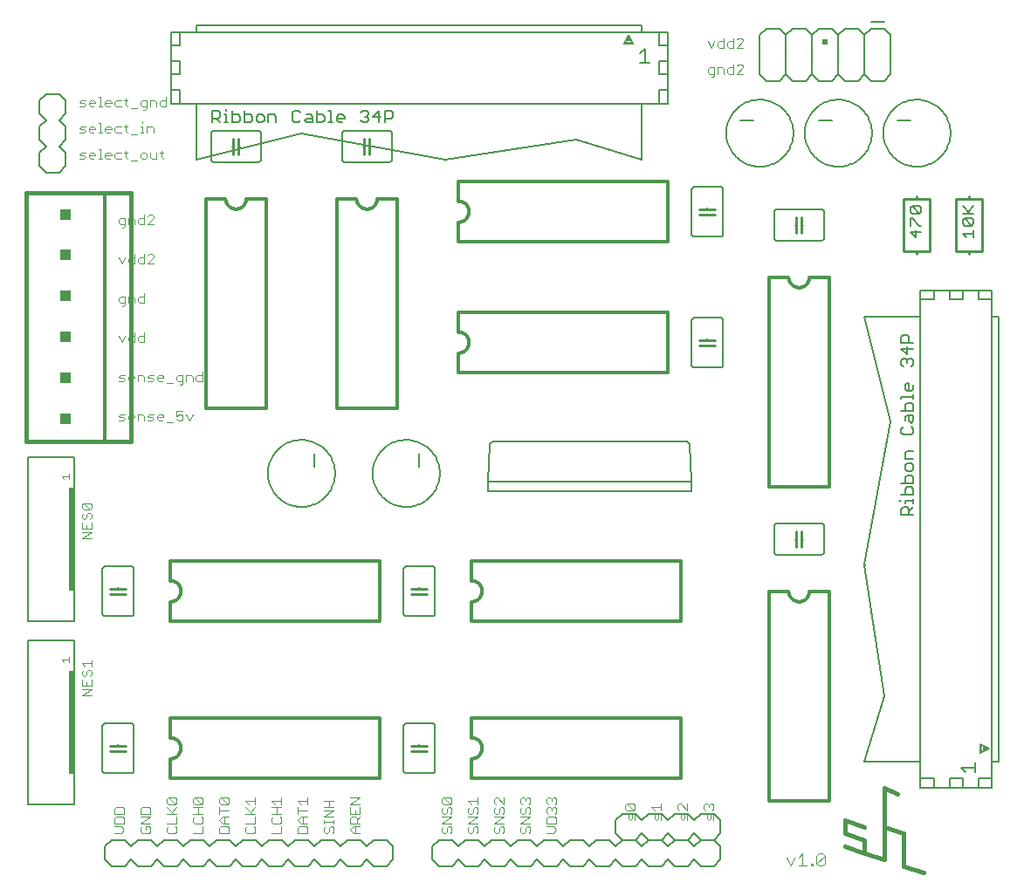
<source format=gto>
G75*
%MOIN*%
%OFA0B0*%
%FSLAX24Y24*%
%IPPOS*%
%LPD*%
%AMOC8*
5,1,8,0,0,1.08239X$1,22.5*
%
%ADD10C,0.0040*%
%ADD11C,0.0030*%
%ADD12C,0.0120*%
%ADD13C,0.0060*%
%ADD14C,0.0100*%
%ADD15C,0.0050*%
%ADD16R,0.0100X0.0200*%
%ADD17R,0.0050X0.0150*%
%ADD18R,0.0100X0.0100*%
%ADD19C,0.0160*%
%ADD20R,0.0197X0.3937*%
%ADD21C,0.0080*%
%ADD22R,0.0200X0.0100*%
%ADD23R,0.0150X0.0050*%
%ADD24R,0.0200X0.0200*%
%ADD25R,0.0400X0.0400*%
D10*
X030787Y001070D02*
X030940Y001377D01*
X031094Y001377D02*
X031247Y001530D01*
X031247Y001070D01*
X031094Y001070D02*
X031401Y001070D01*
X031554Y001070D02*
X031631Y001070D01*
X031631Y001147D01*
X031554Y001147D01*
X031554Y001070D01*
X031784Y001147D02*
X031784Y001454D01*
X031861Y001530D01*
X032015Y001530D01*
X032091Y001454D01*
X031784Y001147D01*
X031861Y001070D01*
X032015Y001070D01*
X032091Y001147D01*
X032091Y001454D01*
X030787Y001070D02*
X030633Y001377D01*
D11*
X027848Y002815D02*
X027848Y003000D01*
X027787Y003062D01*
X027725Y003000D01*
X027725Y002877D01*
X027663Y002815D01*
X027601Y002877D01*
X027601Y003062D01*
X027540Y003183D02*
X027478Y003245D01*
X027478Y003368D01*
X027540Y003430D01*
X027601Y003430D01*
X027663Y003368D01*
X027725Y003430D01*
X027787Y003430D01*
X027848Y003368D01*
X027848Y003245D01*
X027787Y003183D01*
X027663Y003307D02*
X027663Y003368D01*
X026848Y003430D02*
X026848Y003183D01*
X026601Y003430D01*
X026540Y003430D01*
X026478Y003368D01*
X026478Y003245D01*
X026540Y003183D01*
X026601Y003062D02*
X026601Y002877D01*
X026663Y002815D01*
X026725Y002877D01*
X026725Y003000D01*
X026787Y003062D01*
X026848Y003000D01*
X026848Y002815D01*
X025848Y002815D02*
X025848Y003000D01*
X025787Y003062D01*
X025725Y003000D01*
X025725Y002877D01*
X025663Y002815D01*
X025601Y002877D01*
X025601Y003062D01*
X025601Y003183D02*
X025478Y003307D01*
X025848Y003307D01*
X025848Y003430D02*
X025848Y003183D01*
X024848Y003245D02*
X024787Y003183D01*
X024540Y003430D01*
X024787Y003430D01*
X024848Y003368D01*
X024848Y003245D01*
X024787Y003183D02*
X024540Y003183D01*
X024478Y003245D01*
X024478Y003368D01*
X024540Y003430D01*
X024601Y003062D02*
X024601Y002877D01*
X024663Y002815D01*
X024725Y002877D01*
X024725Y003000D01*
X024787Y003062D01*
X024848Y003000D01*
X024848Y002815D01*
X021848Y002868D02*
X021848Y002683D01*
X021478Y002683D01*
X021478Y002868D01*
X021540Y002930D01*
X021787Y002930D01*
X021848Y002868D01*
X021787Y003052D02*
X021848Y003113D01*
X021848Y003237D01*
X021787Y003299D01*
X021725Y003299D01*
X021663Y003237D01*
X021663Y003175D01*
X021663Y003237D02*
X021601Y003299D01*
X021540Y003299D01*
X021478Y003237D01*
X021478Y003113D01*
X021540Y003052D01*
X021540Y003420D02*
X021478Y003482D01*
X021478Y003605D01*
X021540Y003667D01*
X021601Y003667D01*
X021663Y003605D01*
X021725Y003667D01*
X021787Y003667D01*
X021848Y003605D01*
X021848Y003482D01*
X021787Y003420D01*
X021663Y003543D02*
X021663Y003605D01*
X020848Y003605D02*
X020848Y003482D01*
X020787Y003420D01*
X020787Y003299D02*
X020848Y003237D01*
X020848Y003113D01*
X020787Y003052D01*
X020848Y002930D02*
X020478Y002930D01*
X020540Y003052D02*
X020601Y003052D01*
X020663Y003113D01*
X020663Y003237D01*
X020725Y003299D01*
X020787Y003299D01*
X020540Y003299D02*
X020478Y003237D01*
X020478Y003113D01*
X020540Y003052D01*
X020848Y002930D02*
X020478Y002683D01*
X020848Y002683D01*
X020787Y002562D02*
X020848Y002500D01*
X020848Y002377D01*
X020787Y002315D01*
X020663Y002377D02*
X020663Y002500D01*
X020725Y002562D01*
X020787Y002562D01*
X020663Y002377D02*
X020601Y002315D01*
X020540Y002315D01*
X020478Y002377D01*
X020478Y002500D01*
X020540Y002562D01*
X019848Y002500D02*
X019848Y002377D01*
X019787Y002315D01*
X019663Y002377D02*
X019601Y002315D01*
X019540Y002315D01*
X019478Y002377D01*
X019478Y002500D01*
X019540Y002562D01*
X019478Y002683D02*
X019848Y002930D01*
X019478Y002930D01*
X019540Y003052D02*
X019601Y003052D01*
X019663Y003113D01*
X019663Y003237D01*
X019725Y003299D01*
X019787Y003299D01*
X019848Y003237D01*
X019848Y003113D01*
X019787Y003052D01*
X019540Y003052D02*
X019478Y003113D01*
X019478Y003237D01*
X019540Y003299D01*
X019540Y003420D02*
X019478Y003482D01*
X019478Y003605D01*
X019540Y003667D01*
X019601Y003667D01*
X019848Y003420D01*
X019848Y003667D01*
X020478Y003605D02*
X020540Y003667D01*
X020601Y003667D01*
X020663Y003605D01*
X020725Y003667D01*
X020787Y003667D01*
X020848Y003605D01*
X020663Y003605D02*
X020663Y003543D01*
X020540Y003420D02*
X020478Y003482D01*
X020478Y003605D01*
X019848Y002683D02*
X019478Y002683D01*
X019663Y002500D02*
X019725Y002562D01*
X019787Y002562D01*
X019848Y002500D01*
X019663Y002500D02*
X019663Y002377D01*
X018848Y002377D02*
X018787Y002315D01*
X018848Y002377D02*
X018848Y002500D01*
X018787Y002562D01*
X018725Y002562D01*
X018663Y002500D01*
X018663Y002377D01*
X018601Y002315D01*
X018540Y002315D01*
X018478Y002377D01*
X018478Y002500D01*
X018540Y002562D01*
X018478Y002683D02*
X018848Y002930D01*
X018478Y002930D01*
X018540Y003052D02*
X018601Y003052D01*
X018663Y003113D01*
X018663Y003237D01*
X018725Y003299D01*
X018787Y003299D01*
X018848Y003237D01*
X018848Y003113D01*
X018787Y003052D01*
X018540Y003052D02*
X018478Y003113D01*
X018478Y003237D01*
X018540Y003299D01*
X018601Y003420D02*
X018478Y003543D01*
X018848Y003543D01*
X018848Y003420D02*
X018848Y003667D01*
X018848Y002683D02*
X018478Y002683D01*
X017848Y002683D02*
X017478Y002683D01*
X017848Y002930D01*
X017478Y002930D01*
X017540Y003052D02*
X017601Y003052D01*
X017663Y003113D01*
X017663Y003237D01*
X017725Y003299D01*
X017787Y003299D01*
X017848Y003237D01*
X017848Y003113D01*
X017787Y003052D01*
X017540Y003052D02*
X017478Y003113D01*
X017478Y003237D01*
X017540Y003299D01*
X017540Y003420D02*
X017478Y003482D01*
X017478Y003605D01*
X017540Y003667D01*
X017787Y003420D01*
X017848Y003482D01*
X017848Y003605D01*
X017787Y003667D01*
X017540Y003667D01*
X017540Y003420D02*
X017787Y003420D01*
X017787Y002562D02*
X017848Y002500D01*
X017848Y002377D01*
X017787Y002315D01*
X017663Y002377D02*
X017601Y002315D01*
X017540Y002315D01*
X017478Y002377D01*
X017478Y002500D01*
X017540Y002562D01*
X017663Y002500D02*
X017725Y002562D01*
X017787Y002562D01*
X017663Y002500D02*
X017663Y002377D01*
X014348Y002315D02*
X014101Y002315D01*
X013978Y002438D01*
X014101Y002562D01*
X014348Y002562D01*
X014348Y002683D02*
X013978Y002683D01*
X013978Y002868D01*
X014040Y002930D01*
X014163Y002930D01*
X014225Y002868D01*
X014225Y002683D01*
X014225Y002807D02*
X014348Y002930D01*
X014348Y003052D02*
X013978Y003052D01*
X013978Y003299D01*
X013978Y003420D02*
X014348Y003667D01*
X013978Y003667D01*
X013978Y003420D02*
X014348Y003420D01*
X014348Y003299D02*
X014348Y003052D01*
X014163Y003052D02*
X014163Y003175D01*
X014163Y002562D02*
X014163Y002315D01*
X013348Y002377D02*
X013287Y002315D01*
X013348Y002377D02*
X013348Y002500D01*
X013287Y002562D01*
X013225Y002562D01*
X013163Y002500D01*
X013163Y002377D01*
X013101Y002315D01*
X013040Y002315D01*
X012978Y002377D01*
X012978Y002500D01*
X013040Y002562D01*
X012978Y002683D02*
X012978Y002807D01*
X012978Y002745D02*
X013348Y002745D01*
X013348Y002683D02*
X013348Y002807D01*
X013348Y002929D02*
X012978Y002929D01*
X013348Y003176D01*
X012978Y003176D01*
X012978Y003297D02*
X013348Y003297D01*
X013163Y003297D02*
X013163Y003544D01*
X012978Y003544D02*
X013348Y003544D01*
X012348Y003543D02*
X011978Y003543D01*
X012101Y003420D01*
X011978Y003299D02*
X011978Y003052D01*
X011978Y003175D02*
X012348Y003175D01*
X012348Y002930D02*
X012101Y002930D01*
X011978Y002807D01*
X012101Y002683D01*
X012348Y002683D01*
X012287Y002562D02*
X012040Y002562D01*
X011978Y002500D01*
X011978Y002315D01*
X012348Y002315D01*
X012348Y002500D01*
X012287Y002562D01*
X012163Y002683D02*
X012163Y002930D01*
X012348Y003420D02*
X012348Y003667D01*
X011348Y003667D02*
X011348Y003420D01*
X011348Y003299D02*
X010978Y003299D01*
X011101Y003420D02*
X010978Y003543D01*
X011348Y003543D01*
X011163Y003299D02*
X011163Y003052D01*
X011040Y002930D02*
X010978Y002868D01*
X010978Y002745D01*
X011040Y002683D01*
X011287Y002683D01*
X011348Y002745D01*
X011348Y002868D01*
X011287Y002930D01*
X011348Y003052D02*
X010978Y003052D01*
X011348Y002562D02*
X011348Y002315D01*
X010978Y002315D01*
X010348Y002377D02*
X010287Y002315D01*
X010040Y002315D01*
X009978Y002377D01*
X009978Y002500D01*
X010040Y002562D01*
X009978Y002683D02*
X010348Y002683D01*
X010348Y002930D01*
X010348Y003052D02*
X009978Y003052D01*
X010163Y003113D02*
X010348Y003299D01*
X010348Y003420D02*
X010348Y003667D01*
X010348Y003543D02*
X009978Y003543D01*
X010101Y003420D01*
X009978Y003299D02*
X010225Y003052D01*
X010287Y002562D02*
X010348Y002500D01*
X010348Y002377D01*
X009348Y002315D02*
X009348Y002500D01*
X009287Y002562D01*
X009040Y002562D01*
X008978Y002500D01*
X008978Y002315D01*
X009348Y002315D01*
X009348Y002683D02*
X009101Y002683D01*
X008978Y002807D01*
X009101Y002930D01*
X009348Y002930D01*
X009163Y002930D02*
X009163Y002683D01*
X008978Y003052D02*
X008978Y003299D01*
X008978Y003175D02*
X009348Y003175D01*
X009287Y003420D02*
X009040Y003667D01*
X009287Y003667D01*
X009348Y003605D01*
X009348Y003482D01*
X009287Y003420D01*
X009040Y003420D01*
X008978Y003482D01*
X008978Y003605D01*
X009040Y003667D01*
X008348Y003605D02*
X008348Y003482D01*
X008287Y003420D01*
X008040Y003667D01*
X008287Y003667D01*
X008348Y003605D01*
X008287Y003420D02*
X008040Y003420D01*
X007978Y003482D01*
X007978Y003605D01*
X008040Y003667D01*
X007978Y003299D02*
X008348Y003299D01*
X008163Y003299D02*
X008163Y003052D01*
X008040Y002930D02*
X007978Y002868D01*
X007978Y002745D01*
X008040Y002683D01*
X008287Y002683D01*
X008348Y002745D01*
X008348Y002868D01*
X008287Y002930D01*
X008348Y003052D02*
X007978Y003052D01*
X008348Y002562D02*
X008348Y002315D01*
X007978Y002315D01*
X007348Y002377D02*
X007287Y002315D01*
X007040Y002315D01*
X006978Y002377D01*
X006978Y002500D01*
X007040Y002562D01*
X006978Y002500D01*
X006978Y002377D01*
X007040Y002315D01*
X007287Y002315D01*
X007348Y002377D01*
X007348Y002500D01*
X007287Y002562D01*
X007348Y002500D01*
X007348Y002377D01*
X007348Y002683D02*
X007348Y002930D01*
X007348Y002683D01*
X006978Y002683D01*
X007348Y002683D01*
X007348Y003052D02*
X006978Y003052D01*
X007348Y003052D01*
X007225Y003052D02*
X006978Y003299D01*
X007225Y003052D01*
X007163Y003113D02*
X007348Y003299D01*
X007163Y003113D01*
X007040Y003420D02*
X006978Y003482D01*
X006978Y003605D01*
X007040Y003667D01*
X007287Y003420D01*
X007348Y003482D01*
X007348Y003605D01*
X007287Y003667D01*
X007040Y003667D01*
X007287Y003420D01*
X007040Y003420D01*
X006978Y003482D01*
X006978Y003605D01*
X007040Y003667D01*
X007287Y003667D01*
X007348Y003605D01*
X007348Y003482D01*
X007287Y003420D01*
X007040Y003420D01*
X006348Y003237D02*
X006287Y003299D01*
X006040Y003299D01*
X005978Y003237D01*
X005978Y003052D01*
X006348Y003052D01*
X006348Y003237D01*
X006348Y002930D02*
X005978Y002930D01*
X005978Y002683D02*
X006348Y002930D01*
X006348Y002683D02*
X005978Y002683D01*
X006040Y002562D02*
X005978Y002500D01*
X005978Y002377D01*
X006040Y002315D01*
X006287Y002315D01*
X006348Y002377D01*
X006348Y002500D01*
X006287Y002562D01*
X006163Y002562D01*
X006163Y002438D01*
X005348Y002438D02*
X005225Y002315D01*
X004978Y002315D01*
X004978Y002562D02*
X005225Y002562D01*
X005348Y002438D01*
X005348Y002683D02*
X005348Y002868D01*
X005287Y002930D01*
X005040Y002930D01*
X004978Y002868D01*
X004978Y002683D01*
X005348Y002683D01*
X005348Y003052D02*
X004978Y003052D01*
X004978Y003237D01*
X005040Y003299D01*
X005287Y003299D01*
X005348Y003237D01*
X005348Y003052D01*
X004098Y007565D02*
X003728Y007565D01*
X004098Y007812D01*
X003728Y007812D01*
X003728Y007933D02*
X004098Y007933D01*
X004098Y008180D01*
X004037Y008302D02*
X004098Y008363D01*
X004098Y008487D01*
X004037Y008549D01*
X003975Y008549D01*
X003913Y008487D01*
X003913Y008363D01*
X003851Y008302D01*
X003790Y008302D01*
X003728Y008363D01*
X003728Y008487D01*
X003790Y008549D01*
X003851Y008670D02*
X003728Y008793D01*
X004098Y008793D01*
X004098Y008670D02*
X004098Y008917D01*
X003728Y008180D02*
X003728Y007933D01*
X003913Y007933D02*
X003913Y008057D01*
X003242Y008848D02*
X003242Y009042D01*
X003242Y008945D02*
X002952Y008945D01*
X003049Y008848D01*
X003728Y013565D02*
X004098Y013812D01*
X003728Y013812D01*
X003728Y013933D02*
X004098Y013933D01*
X004098Y014180D01*
X004037Y014302D02*
X004098Y014363D01*
X004098Y014487D01*
X004037Y014549D01*
X003975Y014549D01*
X003913Y014487D01*
X003913Y014363D01*
X003851Y014302D01*
X003790Y014302D01*
X003728Y014363D01*
X003728Y014487D01*
X003790Y014549D01*
X003790Y014670D02*
X003728Y014732D01*
X003728Y014855D01*
X003790Y014917D01*
X004037Y014670D01*
X004098Y014732D01*
X004098Y014855D01*
X004037Y014917D01*
X003790Y014917D01*
X003790Y014670D02*
X004037Y014670D01*
X003728Y014180D02*
X003728Y013933D01*
X003913Y013933D02*
X003913Y014057D01*
X004098Y013565D02*
X003728Y013565D01*
X003242Y015848D02*
X003242Y016042D01*
X003242Y015945D02*
X002952Y015945D01*
X003049Y015848D01*
X005128Y018065D02*
X005313Y018065D01*
X005375Y018127D01*
X005313Y018188D01*
X005190Y018188D01*
X005128Y018250D01*
X005190Y018312D01*
X005375Y018312D01*
X005497Y018250D02*
X005497Y018127D01*
X005558Y018065D01*
X005682Y018065D01*
X005744Y018188D02*
X005497Y018188D01*
X005497Y018250D02*
X005558Y018312D01*
X005682Y018312D01*
X005744Y018250D01*
X005744Y018188D01*
X005865Y018065D02*
X005865Y018312D01*
X006050Y018312D01*
X006112Y018250D01*
X006112Y018065D01*
X006233Y018065D02*
X006418Y018065D01*
X006480Y018127D01*
X006418Y018188D01*
X006295Y018188D01*
X006233Y018250D01*
X006295Y018312D01*
X006480Y018312D01*
X006602Y018250D02*
X006663Y018312D01*
X006787Y018312D01*
X006848Y018250D01*
X006848Y018188D01*
X006602Y018188D01*
X006602Y018127D02*
X006602Y018250D01*
X006602Y018127D02*
X006663Y018065D01*
X006787Y018065D01*
X006970Y018003D02*
X007217Y018003D01*
X007338Y018127D02*
X007400Y018065D01*
X007523Y018065D01*
X007585Y018127D01*
X007585Y018250D01*
X007523Y018312D01*
X007462Y018312D01*
X007338Y018250D01*
X007338Y018435D01*
X007585Y018435D01*
X007707Y018312D02*
X007830Y018065D01*
X007953Y018312D01*
X007523Y019442D02*
X007585Y019503D01*
X007585Y019812D01*
X007400Y019812D01*
X007338Y019750D01*
X007338Y019627D01*
X007400Y019565D01*
X007585Y019565D01*
X007707Y019565D02*
X007707Y019812D01*
X007892Y019812D01*
X007953Y019750D01*
X007953Y019565D01*
X008075Y019627D02*
X008075Y019750D01*
X008137Y019812D01*
X008322Y019812D01*
X008322Y019935D02*
X008322Y019565D01*
X008137Y019565D01*
X008075Y019627D01*
X007523Y019442D02*
X007462Y019442D01*
X007217Y019503D02*
X006970Y019503D01*
X006787Y019565D02*
X006663Y019565D01*
X006602Y019627D01*
X006602Y019750D01*
X006663Y019812D01*
X006787Y019812D01*
X006848Y019750D01*
X006848Y019688D01*
X006602Y019688D01*
X006480Y019627D02*
X006418Y019688D01*
X006295Y019688D01*
X006233Y019750D01*
X006295Y019812D01*
X006480Y019812D01*
X006480Y019627D02*
X006418Y019565D01*
X006233Y019565D01*
X006112Y019565D02*
X006112Y019750D01*
X006050Y019812D01*
X005865Y019812D01*
X005865Y019565D01*
X005744Y019688D02*
X005497Y019688D01*
X005497Y019627D02*
X005497Y019750D01*
X005558Y019812D01*
X005682Y019812D01*
X005744Y019750D01*
X005744Y019688D01*
X005682Y019565D02*
X005558Y019565D01*
X005497Y019627D01*
X005375Y019627D02*
X005313Y019688D01*
X005190Y019688D01*
X005128Y019750D01*
X005190Y019812D01*
X005375Y019812D01*
X005375Y019627D02*
X005313Y019565D01*
X005128Y019565D01*
X005252Y021065D02*
X005375Y021312D01*
X005497Y021250D02*
X005497Y021127D01*
X005558Y021065D01*
X005744Y021065D01*
X005744Y021435D01*
X005744Y021312D02*
X005558Y021312D01*
X005497Y021250D01*
X005252Y021065D02*
X005128Y021312D01*
X005865Y021250D02*
X005865Y021127D01*
X005927Y021065D01*
X006112Y021065D01*
X006112Y021435D01*
X006112Y021312D02*
X005927Y021312D01*
X005865Y021250D01*
X005313Y022442D02*
X005375Y022503D01*
X005375Y022812D01*
X005190Y022812D01*
X005128Y022750D01*
X005128Y022627D01*
X005190Y022565D01*
X005375Y022565D01*
X005497Y022565D02*
X005497Y022812D01*
X005682Y022812D01*
X005744Y022750D01*
X005744Y022565D01*
X005865Y022627D02*
X005865Y022750D01*
X005927Y022812D01*
X006112Y022812D01*
X006112Y022935D02*
X006112Y022565D01*
X005927Y022565D01*
X005865Y022627D01*
X005313Y022442D02*
X005252Y022442D01*
X005252Y024065D02*
X005375Y024312D01*
X005497Y024250D02*
X005497Y024127D01*
X005558Y024065D01*
X005744Y024065D01*
X005744Y024435D01*
X005744Y024312D02*
X005558Y024312D01*
X005497Y024250D01*
X005252Y024065D02*
X005128Y024312D01*
X005865Y024250D02*
X005865Y024127D01*
X005927Y024065D01*
X006112Y024065D01*
X006112Y024435D01*
X006112Y024312D02*
X005927Y024312D01*
X005865Y024250D01*
X006233Y024374D02*
X006295Y024435D01*
X006418Y024435D01*
X006480Y024374D01*
X006480Y024312D01*
X006233Y024065D01*
X006480Y024065D01*
X006480Y025565D02*
X006233Y025565D01*
X006480Y025812D01*
X006480Y025874D01*
X006418Y025935D01*
X006295Y025935D01*
X006233Y025874D01*
X006112Y025935D02*
X006112Y025565D01*
X005927Y025565D01*
X005865Y025627D01*
X005865Y025750D01*
X005927Y025812D01*
X006112Y025812D01*
X005744Y025750D02*
X005744Y025565D01*
X005744Y025750D02*
X005682Y025812D01*
X005497Y025812D01*
X005497Y025565D01*
X005375Y025565D02*
X005190Y025565D01*
X005128Y025627D01*
X005128Y025750D01*
X005190Y025812D01*
X005375Y025812D01*
X005375Y025503D01*
X005313Y025442D01*
X005252Y025442D01*
X005593Y028003D02*
X005840Y028003D01*
X005961Y028127D02*
X006023Y028065D01*
X006146Y028065D01*
X006208Y028127D01*
X006208Y028250D01*
X006146Y028312D01*
X006023Y028312D01*
X005961Y028250D01*
X005961Y028127D01*
X006329Y028127D02*
X006329Y028312D01*
X006329Y028127D02*
X006391Y028065D01*
X006576Y028065D01*
X006576Y028312D01*
X006698Y028312D02*
X006821Y028312D01*
X006759Y028374D02*
X006759Y028127D01*
X006821Y028065D01*
X006453Y029065D02*
X006453Y029250D01*
X006392Y029312D01*
X006207Y029312D01*
X006207Y029065D01*
X006084Y029065D02*
X005961Y029065D01*
X006023Y029065D02*
X006023Y029312D01*
X005961Y029312D01*
X006023Y029435D02*
X006023Y029497D01*
X006084Y029942D02*
X006146Y029942D01*
X006208Y030003D01*
X006208Y030312D01*
X006023Y030312D01*
X005961Y030250D01*
X005961Y030127D01*
X006023Y030065D01*
X006208Y030065D01*
X006329Y030065D02*
X006329Y030312D01*
X006514Y030312D01*
X006576Y030250D01*
X006576Y030065D01*
X006698Y030127D02*
X006698Y030250D01*
X006759Y030312D01*
X006944Y030312D01*
X006944Y030435D02*
X006944Y030065D01*
X006759Y030065D01*
X006698Y030127D01*
X005840Y030003D02*
X005593Y030003D01*
X005471Y030065D02*
X005409Y030127D01*
X005409Y030374D01*
X005347Y030312D02*
X005471Y030312D01*
X005226Y030312D02*
X005041Y030312D01*
X004979Y030250D01*
X004979Y030127D01*
X005041Y030065D01*
X005226Y030065D01*
X004857Y030188D02*
X004611Y030188D01*
X004611Y030127D02*
X004611Y030250D01*
X004672Y030312D01*
X004796Y030312D01*
X004857Y030250D01*
X004857Y030188D01*
X004796Y030065D02*
X004672Y030065D01*
X004611Y030127D01*
X004488Y030065D02*
X004365Y030065D01*
X004427Y030065D02*
X004427Y030435D01*
X004365Y030435D01*
X004182Y030312D02*
X004244Y030250D01*
X004244Y030188D01*
X003997Y030188D01*
X003997Y030127D02*
X003997Y030250D01*
X004058Y030312D01*
X004182Y030312D01*
X004182Y030065D02*
X004058Y030065D01*
X003997Y030127D01*
X003875Y030127D02*
X003813Y030188D01*
X003690Y030188D01*
X003628Y030250D01*
X003690Y030312D01*
X003875Y030312D01*
X003875Y030127D02*
X003813Y030065D01*
X003628Y030065D01*
X003690Y029312D02*
X003875Y029312D01*
X003997Y029250D02*
X004058Y029312D01*
X004182Y029312D01*
X004244Y029250D01*
X004244Y029188D01*
X003997Y029188D01*
X003997Y029127D02*
X003997Y029250D01*
X003997Y029127D02*
X004058Y029065D01*
X004182Y029065D01*
X004365Y029065D02*
X004488Y029065D01*
X004427Y029065D02*
X004427Y029435D01*
X004365Y029435D01*
X004611Y029250D02*
X004672Y029312D01*
X004796Y029312D01*
X004857Y029250D01*
X004857Y029188D01*
X004611Y029188D01*
X004611Y029127D02*
X004611Y029250D01*
X004611Y029127D02*
X004672Y029065D01*
X004796Y029065D01*
X004979Y029127D02*
X005041Y029065D01*
X005226Y029065D01*
X005409Y029127D02*
X005471Y029065D01*
X005409Y029127D02*
X005409Y029374D01*
X005347Y029312D02*
X005471Y029312D01*
X005226Y029312D02*
X005041Y029312D01*
X004979Y029250D01*
X004979Y029127D01*
X005593Y029003D02*
X005840Y029003D01*
X005409Y028374D02*
X005409Y028127D01*
X005471Y028065D01*
X005226Y028065D02*
X005041Y028065D01*
X004979Y028127D01*
X004979Y028250D01*
X005041Y028312D01*
X005226Y028312D01*
X005347Y028312D02*
X005471Y028312D01*
X004857Y028250D02*
X004857Y028188D01*
X004611Y028188D01*
X004611Y028127D02*
X004611Y028250D01*
X004672Y028312D01*
X004796Y028312D01*
X004857Y028250D01*
X004796Y028065D02*
X004672Y028065D01*
X004611Y028127D01*
X004488Y028065D02*
X004365Y028065D01*
X004427Y028065D02*
X004427Y028435D01*
X004365Y028435D01*
X004182Y028312D02*
X004244Y028250D01*
X004244Y028188D01*
X003997Y028188D01*
X003997Y028127D02*
X003997Y028250D01*
X004058Y028312D01*
X004182Y028312D01*
X004182Y028065D02*
X004058Y028065D01*
X003997Y028127D01*
X003875Y028127D02*
X003813Y028188D01*
X003690Y028188D01*
X003628Y028250D01*
X003690Y028312D01*
X003875Y028312D01*
X003875Y028127D02*
X003813Y028065D01*
X003628Y028065D01*
X003628Y029065D02*
X003813Y029065D01*
X003875Y029127D01*
X003813Y029188D01*
X003690Y029188D01*
X003628Y029250D01*
X003690Y029312D01*
X027628Y031377D02*
X027690Y031315D01*
X027875Y031315D01*
X027875Y031253D02*
X027875Y031562D01*
X027690Y031562D01*
X027628Y031500D01*
X027628Y031377D01*
X027752Y031192D02*
X027813Y031192D01*
X027875Y031253D01*
X027997Y031315D02*
X027997Y031562D01*
X028182Y031562D01*
X028244Y031500D01*
X028244Y031315D01*
X028365Y031377D02*
X028365Y031500D01*
X028427Y031562D01*
X028612Y031562D01*
X028612Y031685D02*
X028612Y031315D01*
X028427Y031315D01*
X028365Y031377D01*
X028733Y031315D02*
X028980Y031562D01*
X028980Y031624D01*
X028918Y031685D01*
X028795Y031685D01*
X028733Y031624D01*
X028733Y031315D02*
X028980Y031315D01*
X028980Y032315D02*
X028733Y032315D01*
X028980Y032562D01*
X028980Y032624D01*
X028918Y032685D01*
X028795Y032685D01*
X028733Y032624D01*
X028612Y032685D02*
X028612Y032315D01*
X028427Y032315D01*
X028365Y032377D01*
X028365Y032500D01*
X028427Y032562D01*
X028612Y032562D01*
X028244Y032562D02*
X028058Y032562D01*
X027997Y032500D01*
X027997Y032377D01*
X028058Y032315D01*
X028244Y032315D01*
X028244Y032685D01*
X027875Y032562D02*
X027752Y032315D01*
X027628Y032562D01*
X021725Y002562D02*
X021478Y002562D01*
X021725Y002562D02*
X021848Y002438D01*
X021725Y002315D01*
X021478Y002315D01*
D12*
X018613Y004400D02*
X018613Y005150D01*
X018652Y005152D01*
X018691Y005158D01*
X018729Y005167D01*
X018766Y005180D01*
X018802Y005197D01*
X018835Y005217D01*
X018867Y005241D01*
X018896Y005267D01*
X018922Y005296D01*
X018946Y005328D01*
X018966Y005361D01*
X018983Y005397D01*
X018996Y005434D01*
X019005Y005472D01*
X019011Y005511D01*
X019013Y005550D01*
X019011Y005589D01*
X019005Y005628D01*
X018996Y005666D01*
X018983Y005703D01*
X018966Y005739D01*
X018946Y005772D01*
X018922Y005804D01*
X018896Y005833D01*
X018867Y005859D01*
X018835Y005883D01*
X018802Y005903D01*
X018766Y005920D01*
X018729Y005933D01*
X018691Y005942D01*
X018652Y005948D01*
X018613Y005950D01*
X018613Y006700D01*
X026613Y006700D01*
X026613Y004400D01*
X018613Y004400D01*
X015113Y004400D02*
X015113Y006700D01*
X007113Y006700D01*
X007113Y005950D01*
X007152Y005948D01*
X007191Y005942D01*
X007229Y005933D01*
X007266Y005920D01*
X007302Y005903D01*
X007335Y005883D01*
X007367Y005859D01*
X007396Y005833D01*
X007422Y005804D01*
X007446Y005772D01*
X007466Y005739D01*
X007483Y005703D01*
X007496Y005666D01*
X007505Y005628D01*
X007511Y005589D01*
X007513Y005550D01*
X007511Y005511D01*
X007505Y005472D01*
X007496Y005434D01*
X007483Y005397D01*
X007466Y005361D01*
X007446Y005328D01*
X007422Y005296D01*
X007396Y005267D01*
X007367Y005241D01*
X007335Y005217D01*
X007302Y005197D01*
X007266Y005180D01*
X007229Y005167D01*
X007191Y005158D01*
X007152Y005152D01*
X007113Y005150D01*
X007113Y004400D01*
X015113Y004400D01*
X015113Y010400D02*
X015113Y012700D01*
X007113Y012700D01*
X007113Y011950D01*
X007152Y011948D01*
X007191Y011942D01*
X007229Y011933D01*
X007266Y011920D01*
X007302Y011903D01*
X007335Y011883D01*
X007367Y011859D01*
X007396Y011833D01*
X007422Y011804D01*
X007446Y011772D01*
X007466Y011739D01*
X007483Y011703D01*
X007496Y011666D01*
X007505Y011628D01*
X007511Y011589D01*
X007513Y011550D01*
X007511Y011511D01*
X007505Y011472D01*
X007496Y011434D01*
X007483Y011397D01*
X007466Y011361D01*
X007446Y011328D01*
X007422Y011296D01*
X007396Y011267D01*
X007367Y011241D01*
X007335Y011217D01*
X007302Y011197D01*
X007266Y011180D01*
X007229Y011167D01*
X007191Y011158D01*
X007152Y011152D01*
X007113Y011150D01*
X007113Y010400D01*
X015113Y010400D01*
X018613Y010400D02*
X018613Y011150D01*
X018652Y011152D01*
X018691Y011158D01*
X018729Y011167D01*
X018766Y011180D01*
X018802Y011197D01*
X018835Y011217D01*
X018867Y011241D01*
X018896Y011267D01*
X018922Y011296D01*
X018946Y011328D01*
X018966Y011361D01*
X018983Y011397D01*
X018996Y011434D01*
X019005Y011472D01*
X019011Y011511D01*
X019013Y011550D01*
X019011Y011589D01*
X019005Y011628D01*
X018996Y011666D01*
X018983Y011703D01*
X018966Y011739D01*
X018946Y011772D01*
X018922Y011804D01*
X018896Y011833D01*
X018867Y011859D01*
X018835Y011883D01*
X018802Y011903D01*
X018766Y011920D01*
X018729Y011933D01*
X018691Y011942D01*
X018652Y011948D01*
X018613Y011950D01*
X018613Y012700D01*
X026613Y012700D01*
X026613Y010400D01*
X018613Y010400D01*
X015763Y018550D02*
X013463Y018550D01*
X013463Y026550D01*
X014213Y026550D01*
X014215Y026511D01*
X014221Y026472D01*
X014230Y026434D01*
X014243Y026397D01*
X014260Y026361D01*
X014280Y026328D01*
X014304Y026296D01*
X014330Y026267D01*
X014359Y026241D01*
X014391Y026217D01*
X014424Y026197D01*
X014460Y026180D01*
X014497Y026167D01*
X014535Y026158D01*
X014574Y026152D01*
X014613Y026150D01*
X014652Y026152D01*
X014691Y026158D01*
X014729Y026167D01*
X014766Y026180D01*
X014802Y026197D01*
X014835Y026217D01*
X014867Y026241D01*
X014896Y026267D01*
X014922Y026296D01*
X014946Y026328D01*
X014966Y026361D01*
X014983Y026397D01*
X014996Y026434D01*
X015005Y026472D01*
X015011Y026511D01*
X015013Y026550D01*
X015763Y026550D01*
X015763Y018550D01*
X018113Y019900D02*
X018113Y020650D01*
X018152Y020652D01*
X018191Y020658D01*
X018229Y020667D01*
X018266Y020680D01*
X018302Y020697D01*
X018335Y020717D01*
X018367Y020741D01*
X018396Y020767D01*
X018422Y020796D01*
X018446Y020828D01*
X018466Y020861D01*
X018483Y020897D01*
X018496Y020934D01*
X018505Y020972D01*
X018511Y021011D01*
X018513Y021050D01*
X018511Y021089D01*
X018505Y021128D01*
X018496Y021166D01*
X018483Y021203D01*
X018466Y021239D01*
X018446Y021272D01*
X018422Y021304D01*
X018396Y021333D01*
X018367Y021359D01*
X018335Y021383D01*
X018302Y021403D01*
X018266Y021420D01*
X018229Y021433D01*
X018191Y021442D01*
X018152Y021448D01*
X018113Y021450D01*
X018113Y022200D01*
X026113Y022200D01*
X026113Y019900D01*
X018113Y019900D01*
X018113Y024900D02*
X018113Y025650D01*
X018152Y025652D01*
X018191Y025658D01*
X018229Y025667D01*
X018266Y025680D01*
X018302Y025697D01*
X018335Y025717D01*
X018367Y025741D01*
X018396Y025767D01*
X018422Y025796D01*
X018446Y025828D01*
X018466Y025861D01*
X018483Y025897D01*
X018496Y025934D01*
X018505Y025972D01*
X018511Y026011D01*
X018513Y026050D01*
X018511Y026089D01*
X018505Y026128D01*
X018496Y026166D01*
X018483Y026203D01*
X018466Y026239D01*
X018446Y026272D01*
X018422Y026304D01*
X018396Y026333D01*
X018367Y026359D01*
X018335Y026383D01*
X018302Y026403D01*
X018266Y026420D01*
X018229Y026433D01*
X018191Y026442D01*
X018152Y026448D01*
X018113Y026450D01*
X018113Y027200D01*
X026113Y027200D01*
X026113Y024900D01*
X018113Y024900D01*
X010763Y026550D02*
X010763Y018550D01*
X008463Y018550D01*
X008463Y026550D01*
X009213Y026550D01*
X009215Y026511D01*
X009221Y026472D01*
X009230Y026434D01*
X009243Y026397D01*
X009260Y026361D01*
X009280Y026328D01*
X009304Y026296D01*
X009330Y026267D01*
X009359Y026241D01*
X009391Y026217D01*
X009424Y026197D01*
X009460Y026180D01*
X009497Y026167D01*
X009535Y026158D01*
X009574Y026152D01*
X009613Y026150D01*
X009652Y026152D01*
X009691Y026158D01*
X009729Y026167D01*
X009766Y026180D01*
X009802Y026197D01*
X009835Y026217D01*
X009867Y026241D01*
X009896Y026267D01*
X009922Y026296D01*
X009946Y026328D01*
X009966Y026361D01*
X009983Y026397D01*
X009996Y026434D01*
X010005Y026472D01*
X010011Y026511D01*
X010013Y026550D01*
X010763Y026550D01*
X004613Y026770D02*
X004613Y017270D01*
X029963Y015550D02*
X032263Y015550D01*
X032263Y023550D01*
X031513Y023550D01*
X031511Y023511D01*
X031505Y023472D01*
X031496Y023434D01*
X031483Y023397D01*
X031466Y023361D01*
X031446Y023328D01*
X031422Y023296D01*
X031396Y023267D01*
X031367Y023241D01*
X031335Y023217D01*
X031302Y023197D01*
X031266Y023180D01*
X031229Y023167D01*
X031191Y023158D01*
X031152Y023152D01*
X031113Y023150D01*
X031074Y023152D01*
X031035Y023158D01*
X030997Y023167D01*
X030960Y023180D01*
X030924Y023197D01*
X030891Y023217D01*
X030859Y023241D01*
X030830Y023267D01*
X030804Y023296D01*
X030780Y023328D01*
X030760Y023361D01*
X030743Y023397D01*
X030730Y023434D01*
X030721Y023472D01*
X030715Y023511D01*
X030713Y023550D01*
X029963Y023550D01*
X029963Y015550D01*
X029963Y011550D02*
X030713Y011550D01*
X030715Y011511D01*
X030721Y011472D01*
X030730Y011434D01*
X030743Y011397D01*
X030760Y011361D01*
X030780Y011328D01*
X030804Y011296D01*
X030830Y011267D01*
X030859Y011241D01*
X030891Y011217D01*
X030924Y011197D01*
X030960Y011180D01*
X030997Y011167D01*
X031035Y011158D01*
X031074Y011152D01*
X031113Y011150D01*
X031152Y011152D01*
X031191Y011158D01*
X031229Y011167D01*
X031266Y011180D01*
X031302Y011197D01*
X031335Y011217D01*
X031367Y011241D01*
X031396Y011267D01*
X031422Y011296D01*
X031446Y011328D01*
X031466Y011361D01*
X031483Y011397D01*
X031496Y011434D01*
X031505Y011472D01*
X031511Y011511D01*
X031513Y011550D01*
X032263Y011550D01*
X032263Y003550D01*
X029963Y003550D01*
X029963Y011550D01*
D13*
X030263Y012950D02*
X031963Y012950D01*
X031980Y012952D01*
X031997Y012956D01*
X032013Y012963D01*
X032027Y012973D01*
X032040Y012986D01*
X032050Y013000D01*
X032057Y013016D01*
X032061Y013033D01*
X032063Y013050D01*
X032063Y014050D01*
X032061Y014067D01*
X032057Y014084D01*
X032050Y014100D01*
X032040Y014114D01*
X032027Y014127D01*
X032013Y014137D01*
X031997Y014144D01*
X031980Y014148D01*
X031963Y014150D01*
X030263Y014150D01*
X030246Y014148D01*
X030229Y014144D01*
X030213Y014137D01*
X030199Y014127D01*
X030186Y014114D01*
X030176Y014100D01*
X030169Y014084D01*
X030165Y014067D01*
X030163Y014050D01*
X030163Y013050D01*
X030165Y013033D01*
X030169Y013016D01*
X030176Y013000D01*
X030186Y012986D01*
X030199Y012973D01*
X030213Y012963D01*
X030229Y012956D01*
X030246Y012952D01*
X030263Y012950D01*
X030963Y013550D02*
X031013Y013550D01*
X031213Y013550D02*
X031263Y013550D01*
X033613Y012560D02*
X034613Y018050D01*
X033613Y022050D01*
X035733Y022050D01*
X035743Y022050D01*
X035743Y005050D01*
X035733Y005050D01*
X033613Y005050D01*
X034363Y007550D01*
X033613Y012550D01*
X038033Y005720D02*
X038363Y005550D01*
X038263Y005550D01*
X038363Y005550D02*
X038033Y005380D01*
X038033Y005720D01*
X038483Y005050D02*
X038483Y004400D01*
X037963Y004400D01*
X037963Y004050D01*
X038483Y004050D01*
X038483Y004400D01*
X037963Y004050D02*
X037363Y004050D01*
X036863Y004050D01*
X036263Y004050D01*
X036263Y004400D01*
X035733Y004400D01*
X035733Y004050D01*
X036263Y004050D01*
X035733Y004400D02*
X035733Y005050D01*
X036863Y004400D02*
X036863Y004050D01*
X036863Y004400D02*
X037363Y004400D01*
X037363Y004050D01*
X037473Y004630D02*
X037293Y004810D01*
X037833Y004810D01*
X037833Y004630D02*
X037833Y004990D01*
X038483Y005050D02*
X038483Y022050D01*
X038483Y022700D01*
X038483Y023040D01*
X037963Y023040D01*
X037363Y023040D01*
X036863Y023040D01*
X036263Y023040D01*
X035733Y023040D01*
X035733Y022700D01*
X035733Y022050D01*
X035733Y022700D02*
X036263Y022700D01*
X036263Y023040D01*
X036863Y023040D02*
X036863Y022700D01*
X037363Y022700D01*
X037363Y023040D01*
X037963Y023040D02*
X037963Y022700D01*
X038483Y022700D01*
X038483Y022050D02*
X038743Y022050D01*
X038743Y005050D01*
X038483Y005050D01*
X028113Y020100D02*
X027113Y020100D01*
X027096Y020102D01*
X027079Y020106D01*
X027063Y020113D01*
X027049Y020123D01*
X027036Y020136D01*
X027026Y020150D01*
X027019Y020166D01*
X027015Y020183D01*
X027013Y020200D01*
X027013Y021900D01*
X027015Y021917D01*
X027019Y021934D01*
X027026Y021950D01*
X027036Y021964D01*
X027049Y021977D01*
X027063Y021987D01*
X027079Y021994D01*
X027096Y021998D01*
X027113Y022000D01*
X028113Y022000D01*
X028130Y021998D01*
X028147Y021994D01*
X028163Y021987D01*
X028177Y021977D01*
X028190Y021964D01*
X028200Y021950D01*
X028207Y021934D01*
X028211Y021917D01*
X028213Y021900D01*
X028213Y020200D01*
X028211Y020183D01*
X028207Y020166D01*
X028200Y020150D01*
X028190Y020136D01*
X028177Y020123D01*
X028163Y020113D01*
X028147Y020106D01*
X028130Y020102D01*
X028113Y020100D01*
X027613Y020900D02*
X027613Y020950D01*
X027613Y021150D02*
X027613Y021200D01*
X027113Y025100D02*
X028113Y025100D01*
X028130Y025102D01*
X028147Y025106D01*
X028163Y025113D01*
X028177Y025123D01*
X028190Y025136D01*
X028200Y025150D01*
X028207Y025166D01*
X028211Y025183D01*
X028213Y025200D01*
X028213Y026900D01*
X028211Y026917D01*
X028207Y026934D01*
X028200Y026950D01*
X028190Y026964D01*
X028177Y026977D01*
X028163Y026987D01*
X028147Y026994D01*
X028130Y026998D01*
X028113Y027000D01*
X027113Y027000D01*
X027096Y026998D01*
X027079Y026994D01*
X027063Y026987D01*
X027049Y026977D01*
X027036Y026964D01*
X027026Y026950D01*
X027019Y026934D01*
X027015Y026917D01*
X027013Y026900D01*
X027013Y025200D01*
X027015Y025183D01*
X027019Y025166D01*
X027026Y025150D01*
X027036Y025136D01*
X027049Y025123D01*
X027063Y025113D01*
X027079Y025106D01*
X027096Y025102D01*
X027113Y025100D01*
X027613Y025900D02*
X027613Y025950D01*
X027613Y026150D02*
X027613Y026200D01*
X025113Y028050D02*
X025113Y030170D01*
X025763Y030170D01*
X026113Y030170D01*
X026113Y030700D01*
X026113Y031300D01*
X026113Y031800D01*
X026113Y032400D01*
X026113Y032920D01*
X025763Y032920D01*
X025113Y032920D01*
X008113Y032920D01*
X007463Y032920D01*
X007123Y032920D01*
X007123Y032400D01*
X007123Y031800D01*
X007123Y031300D01*
X007123Y030700D01*
X007123Y030170D01*
X007463Y030170D01*
X008113Y030170D01*
X008113Y030180D01*
X025113Y030180D01*
X025113Y030170D01*
X025763Y030170D02*
X025763Y030700D01*
X026113Y030700D01*
X026113Y031300D02*
X025763Y031300D01*
X025763Y031800D01*
X026113Y031800D01*
X026113Y032400D02*
X025763Y032400D01*
X025763Y032920D01*
X025113Y032920D02*
X025113Y033180D01*
X008113Y033180D01*
X008113Y032920D01*
X007463Y032920D02*
X007463Y032400D01*
X007123Y032400D01*
X007123Y031800D02*
X007463Y031800D01*
X007463Y031300D01*
X007123Y031300D01*
X007123Y030700D02*
X007463Y030700D01*
X007463Y030170D01*
X008113Y030170D02*
X008113Y028050D01*
X012113Y029050D01*
X017603Y028050D01*
X017613Y028050D02*
X022613Y028800D01*
X025113Y028050D01*
X025041Y031730D02*
X025401Y031730D01*
X025221Y031730D02*
X025221Y032270D01*
X025041Y032090D01*
X024783Y032470D02*
X024613Y032800D01*
X024613Y032700D01*
X024613Y032800D02*
X024443Y032470D01*
X024783Y032470D01*
X029613Y032800D02*
X029613Y031300D01*
X029863Y031050D01*
X030363Y031050D01*
X030613Y031300D01*
X030613Y032800D01*
X030363Y033050D01*
X029863Y033050D01*
X029613Y032800D01*
X030613Y032800D02*
X030863Y033050D01*
X031363Y033050D01*
X031613Y032800D01*
X031613Y031300D01*
X031363Y031050D01*
X030863Y031050D01*
X030613Y031300D01*
X031613Y031300D02*
X031863Y031050D01*
X032363Y031050D01*
X032613Y031300D01*
X032613Y032800D01*
X032363Y033050D01*
X031863Y033050D01*
X031613Y032800D01*
X032613Y032800D02*
X032863Y033050D01*
X033363Y033050D01*
X033613Y032800D01*
X033613Y031300D01*
X033363Y031050D01*
X032863Y031050D01*
X032613Y031300D01*
X033613Y031300D02*
X033863Y031050D01*
X034363Y031050D01*
X034613Y031300D01*
X034613Y032800D01*
X034363Y033050D01*
X033863Y033050D01*
X033613Y032800D01*
X031963Y026150D02*
X030263Y026150D01*
X030246Y026148D01*
X030229Y026144D01*
X030213Y026137D01*
X030199Y026127D01*
X030186Y026114D01*
X030176Y026100D01*
X030169Y026084D01*
X030165Y026067D01*
X030163Y026050D01*
X030163Y025050D01*
X030165Y025033D01*
X030169Y025016D01*
X030176Y025000D01*
X030186Y024986D01*
X030199Y024973D01*
X030213Y024963D01*
X030229Y024956D01*
X030246Y024952D01*
X030263Y024950D01*
X031963Y024950D01*
X031980Y024952D01*
X031997Y024956D01*
X032013Y024963D01*
X032027Y024973D01*
X032040Y024986D01*
X032050Y025000D01*
X032057Y025016D01*
X032061Y025033D01*
X032063Y025050D01*
X032063Y026050D01*
X032061Y026067D01*
X032057Y026084D01*
X032050Y026100D01*
X032040Y026114D01*
X032027Y026127D01*
X032013Y026137D01*
X031997Y026144D01*
X031980Y026148D01*
X031963Y026150D01*
X031263Y025550D02*
X031213Y025550D01*
X031013Y025550D02*
X030963Y025550D01*
X017113Y012500D02*
X016113Y012500D01*
X016096Y012498D01*
X016079Y012494D01*
X016063Y012487D01*
X016049Y012477D01*
X016036Y012464D01*
X016026Y012450D01*
X016019Y012434D01*
X016015Y012417D01*
X016013Y012400D01*
X016013Y010700D01*
X016015Y010683D01*
X016019Y010666D01*
X016026Y010650D01*
X016036Y010636D01*
X016049Y010623D01*
X016063Y010613D01*
X016079Y010606D01*
X016096Y010602D01*
X016113Y010600D01*
X017113Y010600D01*
X017130Y010602D01*
X017147Y010606D01*
X017163Y010613D01*
X017177Y010623D01*
X017190Y010636D01*
X017200Y010650D01*
X017207Y010666D01*
X017211Y010683D01*
X017213Y010700D01*
X017213Y012400D01*
X017211Y012417D01*
X017207Y012434D01*
X017200Y012450D01*
X017190Y012464D01*
X017177Y012477D01*
X017163Y012487D01*
X017147Y012494D01*
X017130Y012498D01*
X017113Y012500D01*
X016613Y011700D02*
X016613Y011650D01*
X016613Y011450D02*
X016613Y011400D01*
X016113Y006500D02*
X017113Y006500D01*
X017130Y006498D01*
X017147Y006494D01*
X017163Y006487D01*
X017177Y006477D01*
X017190Y006464D01*
X017200Y006450D01*
X017207Y006434D01*
X017211Y006417D01*
X017213Y006400D01*
X017213Y004700D01*
X017211Y004683D01*
X017207Y004666D01*
X017200Y004650D01*
X017190Y004636D01*
X017177Y004623D01*
X017163Y004613D01*
X017147Y004606D01*
X017130Y004602D01*
X017113Y004600D01*
X016113Y004600D01*
X016096Y004602D01*
X016079Y004606D01*
X016063Y004613D01*
X016049Y004623D01*
X016036Y004636D01*
X016026Y004650D01*
X016019Y004666D01*
X016015Y004683D01*
X016013Y004700D01*
X016013Y006400D01*
X016015Y006417D01*
X016019Y006434D01*
X016026Y006450D01*
X016036Y006464D01*
X016049Y006477D01*
X016063Y006487D01*
X016079Y006494D01*
X016096Y006498D01*
X016113Y006500D01*
X016613Y005700D02*
X016613Y005650D01*
X016613Y005450D02*
X016613Y005400D01*
X005713Y004700D02*
X005713Y006400D01*
X005711Y006417D01*
X005707Y006434D01*
X005700Y006450D01*
X005690Y006464D01*
X005677Y006477D01*
X005663Y006487D01*
X005647Y006494D01*
X005630Y006498D01*
X005613Y006500D01*
X004613Y006500D01*
X004596Y006498D01*
X004579Y006494D01*
X004563Y006487D01*
X004549Y006477D01*
X004536Y006464D01*
X004526Y006450D01*
X004519Y006434D01*
X004515Y006417D01*
X004513Y006400D01*
X004513Y004700D01*
X004515Y004683D01*
X004519Y004666D01*
X004526Y004650D01*
X004536Y004636D01*
X004549Y004623D01*
X004563Y004613D01*
X004579Y004606D01*
X004596Y004602D01*
X004613Y004600D01*
X005613Y004600D01*
X005630Y004602D01*
X005647Y004606D01*
X005663Y004613D01*
X005677Y004623D01*
X005690Y004636D01*
X005700Y004650D01*
X005707Y004666D01*
X005711Y004683D01*
X005713Y004700D01*
X005113Y005400D02*
X005113Y005450D01*
X005113Y005650D02*
X005113Y005700D01*
X004613Y010600D02*
X005613Y010600D01*
X005630Y010602D01*
X005647Y010606D01*
X005663Y010613D01*
X005677Y010623D01*
X005690Y010636D01*
X005700Y010650D01*
X005707Y010666D01*
X005711Y010683D01*
X005713Y010700D01*
X005713Y012400D01*
X005711Y012417D01*
X005707Y012434D01*
X005700Y012450D01*
X005690Y012464D01*
X005677Y012477D01*
X005663Y012487D01*
X005647Y012494D01*
X005630Y012498D01*
X005613Y012500D01*
X004613Y012500D01*
X004596Y012498D01*
X004579Y012494D01*
X004563Y012487D01*
X004549Y012477D01*
X004536Y012464D01*
X004526Y012450D01*
X004519Y012434D01*
X004515Y012417D01*
X004513Y012400D01*
X004513Y010700D01*
X004515Y010683D01*
X004519Y010666D01*
X004526Y010650D01*
X004536Y010636D01*
X004549Y010623D01*
X004563Y010613D01*
X004579Y010606D01*
X004596Y010602D01*
X004613Y010600D01*
X005113Y011400D02*
X005113Y011450D01*
X005113Y011650D02*
X005113Y011700D01*
X008763Y027950D02*
X010463Y027950D01*
X010480Y027952D01*
X010497Y027956D01*
X010513Y027963D01*
X010527Y027973D01*
X010540Y027986D01*
X010550Y028000D01*
X010557Y028016D01*
X010561Y028033D01*
X010563Y028050D01*
X010563Y029050D01*
X010561Y029067D01*
X010557Y029084D01*
X010550Y029100D01*
X010540Y029114D01*
X010527Y029127D01*
X010513Y029137D01*
X010497Y029144D01*
X010480Y029148D01*
X010463Y029150D01*
X008763Y029150D01*
X008746Y029148D01*
X008729Y029144D01*
X008713Y029137D01*
X008699Y029127D01*
X008686Y029114D01*
X008676Y029100D01*
X008669Y029084D01*
X008665Y029067D01*
X008663Y029050D01*
X008663Y028050D01*
X008665Y028033D01*
X008669Y028016D01*
X008676Y028000D01*
X008686Y027986D01*
X008699Y027973D01*
X008713Y027963D01*
X008729Y027956D01*
X008746Y027952D01*
X008763Y027950D01*
X009463Y028550D02*
X009513Y028550D01*
X009713Y028550D02*
X009763Y028550D01*
X013663Y028050D02*
X013663Y029050D01*
X013665Y029067D01*
X013669Y029084D01*
X013676Y029100D01*
X013686Y029114D01*
X013699Y029127D01*
X013713Y029137D01*
X013729Y029144D01*
X013746Y029148D01*
X013763Y029150D01*
X015463Y029150D01*
X015480Y029148D01*
X015497Y029144D01*
X015513Y029137D01*
X015527Y029127D01*
X015540Y029114D01*
X015550Y029100D01*
X015557Y029084D01*
X015561Y029067D01*
X015563Y029050D01*
X015563Y028050D01*
X015561Y028033D01*
X015557Y028016D01*
X015550Y028000D01*
X015540Y027986D01*
X015527Y027973D01*
X015513Y027963D01*
X015497Y027956D01*
X015480Y027952D01*
X015463Y027950D01*
X013763Y027950D01*
X013746Y027952D01*
X013729Y027956D01*
X013713Y027963D01*
X013699Y027973D01*
X013686Y027986D01*
X013676Y028000D01*
X013669Y028016D01*
X013665Y028033D01*
X013663Y028050D01*
X014463Y028550D02*
X014513Y028550D01*
X014713Y028550D02*
X014763Y028550D01*
D14*
X014713Y028550D02*
X014713Y028850D01*
X014513Y028850D02*
X014513Y028550D01*
X014513Y028250D01*
X014713Y028250D02*
X014713Y028550D01*
X017603Y028050D02*
X017613Y028050D01*
X009713Y028250D02*
X009713Y028550D01*
X009713Y028850D01*
X009513Y028850D02*
X009513Y028550D01*
X009513Y028250D01*
X027313Y026150D02*
X027613Y026150D01*
X027913Y026150D01*
X027913Y025950D02*
X027613Y025950D01*
X027313Y025950D01*
X031013Y025850D02*
X031013Y025550D01*
X031013Y025250D01*
X031213Y025250D02*
X031213Y025550D01*
X031213Y025850D01*
X035113Y026550D02*
X035113Y024550D01*
X035613Y024550D01*
X035613Y024450D01*
X035613Y024550D02*
X036113Y024550D01*
X036113Y026550D01*
X035613Y026550D01*
X035613Y026650D01*
X035613Y026550D02*
X035113Y026550D01*
X037113Y026550D02*
X037613Y026550D01*
X037613Y026650D01*
X037613Y026550D02*
X038113Y026550D01*
X038113Y024550D01*
X037613Y024550D01*
X037613Y024450D01*
X037613Y024550D02*
X037113Y024550D01*
X037113Y026550D01*
X027913Y021150D02*
X027613Y021150D01*
X027313Y021150D01*
X027313Y020950D02*
X027613Y020950D01*
X027913Y020950D01*
X031013Y013850D02*
X031013Y013550D01*
X031013Y013250D01*
X031213Y013250D02*
X031213Y013550D01*
X031213Y013850D01*
X033613Y012560D02*
X033613Y012550D01*
X016913Y011650D02*
X016613Y011650D01*
X016313Y011650D01*
X016313Y011450D02*
X016613Y011450D01*
X016913Y011450D01*
X016913Y005650D02*
X016613Y005650D01*
X016313Y005650D01*
X016313Y005450D02*
X016613Y005450D01*
X016913Y005450D01*
X005413Y005450D02*
X005113Y005450D01*
X004813Y005450D01*
X004813Y005650D02*
X005113Y005650D01*
X005413Y005650D01*
X005413Y011450D02*
X005113Y011450D01*
X004813Y011450D01*
X004813Y011650D02*
X005113Y011650D01*
X005413Y011650D01*
D15*
X003447Y003420D02*
X001675Y003420D01*
X001675Y009660D01*
X003447Y009660D01*
X003447Y003420D01*
X003447Y010420D02*
X001675Y010420D01*
X001675Y016660D01*
X003447Y016660D01*
X003447Y010420D01*
X008699Y029455D02*
X008699Y029905D01*
X008924Y029905D01*
X008999Y029830D01*
X008999Y029680D01*
X008924Y029605D01*
X008699Y029605D01*
X008849Y029605D02*
X008999Y029455D01*
X009159Y029455D02*
X009309Y029455D01*
X009234Y029455D02*
X009234Y029755D01*
X009159Y029755D01*
X009234Y029905D02*
X009234Y029980D01*
X009466Y029905D02*
X009466Y029455D01*
X009691Y029455D01*
X009767Y029530D01*
X009767Y029680D01*
X009691Y029755D01*
X009466Y029755D01*
X009927Y029755D02*
X010152Y029755D01*
X010227Y029680D01*
X010227Y029530D01*
X010152Y029455D01*
X009927Y029455D01*
X009927Y029905D01*
X010387Y029680D02*
X010387Y029530D01*
X010462Y029455D01*
X010612Y029455D01*
X010687Y029530D01*
X010687Y029680D01*
X010612Y029755D01*
X010462Y029755D01*
X010387Y029680D01*
X010847Y029755D02*
X010847Y029455D01*
X010847Y029755D02*
X011073Y029755D01*
X011148Y029680D01*
X011148Y029455D01*
X011768Y029530D02*
X011843Y029455D01*
X011993Y029455D01*
X012069Y029530D01*
X012229Y029530D02*
X012304Y029605D01*
X012529Y029605D01*
X012529Y029680D02*
X012529Y029455D01*
X012304Y029455D01*
X012229Y029530D01*
X012304Y029755D02*
X012454Y029755D01*
X012529Y029680D01*
X012689Y029755D02*
X012914Y029755D01*
X012989Y029680D01*
X012989Y029530D01*
X012914Y029455D01*
X012689Y029455D01*
X012689Y029905D01*
X013149Y029905D02*
X013224Y029905D01*
X013224Y029455D01*
X013149Y029455D02*
X013300Y029455D01*
X013456Y029530D02*
X013456Y029680D01*
X013531Y029755D01*
X013682Y029755D01*
X013757Y029680D01*
X013757Y029605D01*
X013456Y029605D01*
X013456Y029530D02*
X013531Y029455D01*
X013682Y029455D01*
X014377Y029530D02*
X014452Y029455D01*
X014602Y029455D01*
X014677Y029530D01*
X014677Y029605D01*
X014602Y029680D01*
X014527Y029680D01*
X014602Y029680D02*
X014677Y029755D01*
X014677Y029830D01*
X014602Y029905D01*
X014452Y029905D01*
X014377Y029830D01*
X014838Y029680D02*
X015138Y029680D01*
X015298Y029605D02*
X015523Y029605D01*
X015598Y029680D01*
X015598Y029830D01*
X015523Y029905D01*
X015298Y029905D01*
X015298Y029455D01*
X015063Y029455D02*
X015063Y029905D01*
X014838Y029680D01*
X012069Y029830D02*
X011993Y029905D01*
X011843Y029905D01*
X011768Y029830D01*
X011768Y029530D01*
X035018Y021279D02*
X035018Y021054D01*
X035468Y021054D01*
X035318Y021054D02*
X035318Y021279D01*
X035243Y021354D01*
X035093Y021354D01*
X035018Y021279D01*
X035243Y020894D02*
X035243Y020594D01*
X035018Y020819D01*
X035468Y020819D01*
X035393Y020433D02*
X035468Y020358D01*
X035468Y020208D01*
X035393Y020133D01*
X035243Y020283D02*
X035243Y020358D01*
X035318Y020433D01*
X035393Y020433D01*
X035243Y020358D02*
X035168Y020433D01*
X035093Y020433D01*
X035018Y020358D01*
X035018Y020208D01*
X035093Y020133D01*
X035243Y019513D02*
X035168Y019438D01*
X035168Y019287D01*
X035243Y019212D01*
X035393Y019212D01*
X035468Y019287D01*
X035468Y019438D01*
X035318Y019513D02*
X035318Y019212D01*
X035468Y019056D02*
X035468Y018905D01*
X035468Y018981D02*
X035018Y018981D01*
X035018Y018905D01*
X035243Y018745D02*
X035168Y018670D01*
X035168Y018445D01*
X035018Y018445D02*
X035468Y018445D01*
X035468Y018670D01*
X035393Y018745D01*
X035243Y018745D01*
X035243Y018285D02*
X035168Y018210D01*
X035168Y018060D01*
X035318Y018060D02*
X035318Y018285D01*
X035243Y018285D02*
X035468Y018285D01*
X035468Y018060D01*
X035393Y017985D01*
X035318Y018060D01*
X035393Y017825D02*
X035468Y017749D01*
X035468Y017599D01*
X035393Y017524D01*
X035093Y017524D01*
X035018Y017599D01*
X035018Y017749D01*
X035093Y017825D01*
X035243Y016904D02*
X035168Y016829D01*
X035168Y016603D01*
X035468Y016603D01*
X035393Y016443D02*
X035243Y016443D01*
X035168Y016368D01*
X035168Y016218D01*
X035243Y016143D01*
X035393Y016143D01*
X035468Y016218D01*
X035468Y016368D01*
X035393Y016443D01*
X035393Y015983D02*
X035243Y015983D01*
X035168Y015908D01*
X035168Y015683D01*
X035018Y015683D02*
X035468Y015683D01*
X035468Y015908D01*
X035393Y015983D01*
X035393Y015523D02*
X035243Y015523D01*
X035168Y015448D01*
X035168Y015222D01*
X035018Y015222D02*
X035468Y015222D01*
X035468Y015448D01*
X035393Y015523D01*
X035468Y015066D02*
X035468Y014915D01*
X035468Y014990D02*
X035168Y014990D01*
X035168Y014915D01*
X035018Y014990D02*
X034943Y014990D01*
X035093Y014755D02*
X035243Y014755D01*
X035318Y014680D01*
X035318Y014455D01*
X035318Y014605D02*
X035468Y014755D01*
X035468Y014455D02*
X035018Y014455D01*
X035018Y014680D01*
X035093Y014755D01*
X035243Y016904D02*
X035468Y016904D01*
X035318Y019513D02*
X035243Y019513D01*
D16*
X038153Y005550D03*
D17*
X038078Y005625D03*
X038078Y005475D03*
D18*
X038233Y005550D03*
X024613Y032670D03*
D19*
X005613Y026770D02*
X005613Y017270D01*
X004613Y017270D01*
X001613Y017270D01*
X001613Y026770D01*
X004613Y026770D01*
X005613Y026770D01*
X032863Y002800D02*
X032863Y002300D01*
X033613Y002050D01*
X033613Y001550D01*
X034363Y001300D01*
X034363Y002550D01*
X035113Y002300D01*
X035113Y001050D01*
X035863Y000800D01*
X034363Y002550D02*
X034363Y004050D01*
X034863Y003800D01*
X033613Y002550D02*
X032863Y002800D01*
X032863Y001800D02*
X033613Y001550D01*
D20*
X003349Y006550D03*
X003349Y013550D03*
D21*
X010833Y016050D02*
X010835Y016121D01*
X010841Y016192D01*
X010851Y016263D01*
X010865Y016332D01*
X010882Y016401D01*
X010904Y016469D01*
X010929Y016536D01*
X010958Y016601D01*
X010990Y016664D01*
X011026Y016726D01*
X011065Y016785D01*
X011108Y016842D01*
X011153Y016897D01*
X011202Y016949D01*
X011253Y016998D01*
X011307Y017044D01*
X011364Y017088D01*
X011422Y017128D01*
X011483Y017164D01*
X011546Y017198D01*
X011611Y017227D01*
X011677Y017253D01*
X011745Y017276D01*
X011813Y017294D01*
X011883Y017309D01*
X011953Y017320D01*
X012024Y017327D01*
X012095Y017330D01*
X012166Y017329D01*
X012237Y017324D01*
X012308Y017315D01*
X012378Y017302D01*
X012447Y017286D01*
X012515Y017265D01*
X012582Y017241D01*
X012648Y017213D01*
X012711Y017181D01*
X012773Y017146D01*
X012833Y017108D01*
X012891Y017066D01*
X012946Y017022D01*
X012999Y016974D01*
X013049Y016923D01*
X013096Y016870D01*
X013140Y016814D01*
X013181Y016756D01*
X013219Y016695D01*
X013253Y016633D01*
X013283Y016568D01*
X013310Y016503D01*
X013334Y016435D01*
X013353Y016367D01*
X013369Y016298D01*
X013381Y016227D01*
X013389Y016157D01*
X013393Y016086D01*
X013393Y016014D01*
X013389Y015943D01*
X013381Y015873D01*
X013369Y015802D01*
X013353Y015733D01*
X013334Y015665D01*
X013310Y015597D01*
X013283Y015532D01*
X013253Y015467D01*
X013219Y015405D01*
X013181Y015344D01*
X013140Y015286D01*
X013096Y015230D01*
X013049Y015177D01*
X012999Y015126D01*
X012946Y015078D01*
X012891Y015034D01*
X012833Y014992D01*
X012773Y014954D01*
X012711Y014919D01*
X012648Y014887D01*
X012582Y014859D01*
X012515Y014835D01*
X012447Y014814D01*
X012378Y014798D01*
X012308Y014785D01*
X012237Y014776D01*
X012166Y014771D01*
X012095Y014770D01*
X012024Y014773D01*
X011953Y014780D01*
X011883Y014791D01*
X011813Y014806D01*
X011745Y014824D01*
X011677Y014847D01*
X011611Y014873D01*
X011546Y014902D01*
X011483Y014936D01*
X011422Y014972D01*
X011364Y015012D01*
X011307Y015056D01*
X011253Y015102D01*
X011202Y015151D01*
X011153Y015203D01*
X011108Y015258D01*
X011065Y015315D01*
X011026Y015374D01*
X010990Y015436D01*
X010958Y015499D01*
X010929Y015564D01*
X010904Y015631D01*
X010882Y015699D01*
X010865Y015768D01*
X010851Y015837D01*
X010841Y015908D01*
X010835Y015979D01*
X010833Y016050D01*
X012613Y016300D02*
X012613Y016800D01*
X014833Y016050D02*
X014835Y016121D01*
X014841Y016192D01*
X014851Y016263D01*
X014865Y016332D01*
X014882Y016401D01*
X014904Y016469D01*
X014929Y016536D01*
X014958Y016601D01*
X014990Y016664D01*
X015026Y016726D01*
X015065Y016785D01*
X015108Y016842D01*
X015153Y016897D01*
X015202Y016949D01*
X015253Y016998D01*
X015307Y017044D01*
X015364Y017088D01*
X015422Y017128D01*
X015483Y017164D01*
X015546Y017198D01*
X015611Y017227D01*
X015677Y017253D01*
X015745Y017276D01*
X015813Y017294D01*
X015883Y017309D01*
X015953Y017320D01*
X016024Y017327D01*
X016095Y017330D01*
X016166Y017329D01*
X016237Y017324D01*
X016308Y017315D01*
X016378Y017302D01*
X016447Y017286D01*
X016515Y017265D01*
X016582Y017241D01*
X016648Y017213D01*
X016711Y017181D01*
X016773Y017146D01*
X016833Y017108D01*
X016891Y017066D01*
X016946Y017022D01*
X016999Y016974D01*
X017049Y016923D01*
X017096Y016870D01*
X017140Y016814D01*
X017181Y016756D01*
X017219Y016695D01*
X017253Y016633D01*
X017283Y016568D01*
X017310Y016503D01*
X017334Y016435D01*
X017353Y016367D01*
X017369Y016298D01*
X017381Y016227D01*
X017389Y016157D01*
X017393Y016086D01*
X017393Y016014D01*
X017389Y015943D01*
X017381Y015873D01*
X017369Y015802D01*
X017353Y015733D01*
X017334Y015665D01*
X017310Y015597D01*
X017283Y015532D01*
X017253Y015467D01*
X017219Y015405D01*
X017181Y015344D01*
X017140Y015286D01*
X017096Y015230D01*
X017049Y015177D01*
X016999Y015126D01*
X016946Y015078D01*
X016891Y015034D01*
X016833Y014992D01*
X016773Y014954D01*
X016711Y014919D01*
X016648Y014887D01*
X016582Y014859D01*
X016515Y014835D01*
X016447Y014814D01*
X016378Y014798D01*
X016308Y014785D01*
X016237Y014776D01*
X016166Y014771D01*
X016095Y014770D01*
X016024Y014773D01*
X015953Y014780D01*
X015883Y014791D01*
X015813Y014806D01*
X015745Y014824D01*
X015677Y014847D01*
X015611Y014873D01*
X015546Y014902D01*
X015483Y014936D01*
X015422Y014972D01*
X015364Y015012D01*
X015307Y015056D01*
X015253Y015102D01*
X015202Y015151D01*
X015153Y015203D01*
X015108Y015258D01*
X015065Y015315D01*
X015026Y015374D01*
X014990Y015436D01*
X014958Y015499D01*
X014929Y015564D01*
X014904Y015631D01*
X014882Y015699D01*
X014865Y015768D01*
X014851Y015837D01*
X014841Y015908D01*
X014835Y015979D01*
X014833Y016050D01*
X016613Y016300D02*
X016613Y016800D01*
X019290Y017173D02*
X019226Y015753D01*
X026991Y015753D01*
X026991Y015369D01*
X019226Y015369D01*
X019226Y015753D01*
X019290Y017173D02*
X019390Y017269D01*
X026836Y017269D01*
X026936Y017172D01*
X026991Y015753D01*
X035563Y025059D02*
X035563Y025339D01*
X035353Y025269D02*
X035563Y025059D01*
X035773Y025269D02*
X035353Y025269D01*
X035353Y025519D02*
X035353Y025799D01*
X035423Y025799D01*
X035703Y025519D01*
X035773Y025519D01*
X035703Y025980D02*
X035423Y025980D01*
X035353Y026050D01*
X035353Y026190D01*
X035423Y026260D01*
X035703Y025980D01*
X035773Y026050D01*
X035773Y026190D01*
X035703Y026260D01*
X035423Y026260D01*
X037353Y026260D02*
X037633Y025980D01*
X037563Y026050D02*
X037773Y026260D01*
X037773Y025980D02*
X037353Y025980D01*
X037423Y025799D02*
X037703Y025519D01*
X037773Y025589D01*
X037773Y025729D01*
X037703Y025799D01*
X037423Y025799D01*
X037353Y025729D01*
X037353Y025589D01*
X037423Y025519D01*
X037703Y025519D01*
X037773Y025339D02*
X037773Y025059D01*
X037773Y025199D02*
X037353Y025199D01*
X037493Y025059D01*
X034333Y029050D02*
X034335Y029121D01*
X034341Y029192D01*
X034351Y029263D01*
X034365Y029332D01*
X034382Y029401D01*
X034404Y029469D01*
X034429Y029536D01*
X034458Y029601D01*
X034490Y029664D01*
X034526Y029726D01*
X034565Y029785D01*
X034608Y029842D01*
X034653Y029897D01*
X034702Y029949D01*
X034753Y029998D01*
X034807Y030044D01*
X034864Y030088D01*
X034922Y030128D01*
X034983Y030164D01*
X035046Y030198D01*
X035111Y030227D01*
X035177Y030253D01*
X035245Y030276D01*
X035313Y030294D01*
X035383Y030309D01*
X035453Y030320D01*
X035524Y030327D01*
X035595Y030330D01*
X035666Y030329D01*
X035737Y030324D01*
X035808Y030315D01*
X035878Y030302D01*
X035947Y030286D01*
X036015Y030265D01*
X036082Y030241D01*
X036148Y030213D01*
X036211Y030181D01*
X036273Y030146D01*
X036333Y030108D01*
X036391Y030066D01*
X036446Y030022D01*
X036499Y029974D01*
X036549Y029923D01*
X036596Y029870D01*
X036640Y029814D01*
X036681Y029756D01*
X036719Y029695D01*
X036753Y029633D01*
X036783Y029568D01*
X036810Y029503D01*
X036834Y029435D01*
X036853Y029367D01*
X036869Y029298D01*
X036881Y029227D01*
X036889Y029157D01*
X036893Y029086D01*
X036893Y029014D01*
X036889Y028943D01*
X036881Y028873D01*
X036869Y028802D01*
X036853Y028733D01*
X036834Y028665D01*
X036810Y028597D01*
X036783Y028532D01*
X036753Y028467D01*
X036719Y028405D01*
X036681Y028344D01*
X036640Y028286D01*
X036596Y028230D01*
X036549Y028177D01*
X036499Y028126D01*
X036446Y028078D01*
X036391Y028034D01*
X036333Y027992D01*
X036273Y027954D01*
X036211Y027919D01*
X036148Y027887D01*
X036082Y027859D01*
X036015Y027835D01*
X035947Y027814D01*
X035878Y027798D01*
X035808Y027785D01*
X035737Y027776D01*
X035666Y027771D01*
X035595Y027770D01*
X035524Y027773D01*
X035453Y027780D01*
X035383Y027791D01*
X035313Y027806D01*
X035245Y027824D01*
X035177Y027847D01*
X035111Y027873D01*
X035046Y027902D01*
X034983Y027936D01*
X034922Y027972D01*
X034864Y028012D01*
X034807Y028056D01*
X034753Y028102D01*
X034702Y028151D01*
X034653Y028203D01*
X034608Y028258D01*
X034565Y028315D01*
X034526Y028374D01*
X034490Y028436D01*
X034458Y028499D01*
X034429Y028564D01*
X034404Y028631D01*
X034382Y028699D01*
X034365Y028768D01*
X034351Y028837D01*
X034341Y028908D01*
X034335Y028979D01*
X034333Y029050D01*
X034863Y029550D02*
X035363Y029550D01*
X031333Y029050D02*
X031335Y029121D01*
X031341Y029192D01*
X031351Y029263D01*
X031365Y029332D01*
X031382Y029401D01*
X031404Y029469D01*
X031429Y029536D01*
X031458Y029601D01*
X031490Y029664D01*
X031526Y029726D01*
X031565Y029785D01*
X031608Y029842D01*
X031653Y029897D01*
X031702Y029949D01*
X031753Y029998D01*
X031807Y030044D01*
X031864Y030088D01*
X031922Y030128D01*
X031983Y030164D01*
X032046Y030198D01*
X032111Y030227D01*
X032177Y030253D01*
X032245Y030276D01*
X032313Y030294D01*
X032383Y030309D01*
X032453Y030320D01*
X032524Y030327D01*
X032595Y030330D01*
X032666Y030329D01*
X032737Y030324D01*
X032808Y030315D01*
X032878Y030302D01*
X032947Y030286D01*
X033015Y030265D01*
X033082Y030241D01*
X033148Y030213D01*
X033211Y030181D01*
X033273Y030146D01*
X033333Y030108D01*
X033391Y030066D01*
X033446Y030022D01*
X033499Y029974D01*
X033549Y029923D01*
X033596Y029870D01*
X033640Y029814D01*
X033681Y029756D01*
X033719Y029695D01*
X033753Y029633D01*
X033783Y029568D01*
X033810Y029503D01*
X033834Y029435D01*
X033853Y029367D01*
X033869Y029298D01*
X033881Y029227D01*
X033889Y029157D01*
X033893Y029086D01*
X033893Y029014D01*
X033889Y028943D01*
X033881Y028873D01*
X033869Y028802D01*
X033853Y028733D01*
X033834Y028665D01*
X033810Y028597D01*
X033783Y028532D01*
X033753Y028467D01*
X033719Y028405D01*
X033681Y028344D01*
X033640Y028286D01*
X033596Y028230D01*
X033549Y028177D01*
X033499Y028126D01*
X033446Y028078D01*
X033391Y028034D01*
X033333Y027992D01*
X033273Y027954D01*
X033211Y027919D01*
X033148Y027887D01*
X033082Y027859D01*
X033015Y027835D01*
X032947Y027814D01*
X032878Y027798D01*
X032808Y027785D01*
X032737Y027776D01*
X032666Y027771D01*
X032595Y027770D01*
X032524Y027773D01*
X032453Y027780D01*
X032383Y027791D01*
X032313Y027806D01*
X032245Y027824D01*
X032177Y027847D01*
X032111Y027873D01*
X032046Y027902D01*
X031983Y027936D01*
X031922Y027972D01*
X031864Y028012D01*
X031807Y028056D01*
X031753Y028102D01*
X031702Y028151D01*
X031653Y028203D01*
X031608Y028258D01*
X031565Y028315D01*
X031526Y028374D01*
X031490Y028436D01*
X031458Y028499D01*
X031429Y028564D01*
X031404Y028631D01*
X031382Y028699D01*
X031365Y028768D01*
X031351Y028837D01*
X031341Y028908D01*
X031335Y028979D01*
X031333Y029050D01*
X031863Y029550D02*
X032363Y029550D01*
X028333Y029050D02*
X028335Y029121D01*
X028341Y029192D01*
X028351Y029263D01*
X028365Y029332D01*
X028382Y029401D01*
X028404Y029469D01*
X028429Y029536D01*
X028458Y029601D01*
X028490Y029664D01*
X028526Y029726D01*
X028565Y029785D01*
X028608Y029842D01*
X028653Y029897D01*
X028702Y029949D01*
X028753Y029998D01*
X028807Y030044D01*
X028864Y030088D01*
X028922Y030128D01*
X028983Y030164D01*
X029046Y030198D01*
X029111Y030227D01*
X029177Y030253D01*
X029245Y030276D01*
X029313Y030294D01*
X029383Y030309D01*
X029453Y030320D01*
X029524Y030327D01*
X029595Y030330D01*
X029666Y030329D01*
X029737Y030324D01*
X029808Y030315D01*
X029878Y030302D01*
X029947Y030286D01*
X030015Y030265D01*
X030082Y030241D01*
X030148Y030213D01*
X030211Y030181D01*
X030273Y030146D01*
X030333Y030108D01*
X030391Y030066D01*
X030446Y030022D01*
X030499Y029974D01*
X030549Y029923D01*
X030596Y029870D01*
X030640Y029814D01*
X030681Y029756D01*
X030719Y029695D01*
X030753Y029633D01*
X030783Y029568D01*
X030810Y029503D01*
X030834Y029435D01*
X030853Y029367D01*
X030869Y029298D01*
X030881Y029227D01*
X030889Y029157D01*
X030893Y029086D01*
X030893Y029014D01*
X030889Y028943D01*
X030881Y028873D01*
X030869Y028802D01*
X030853Y028733D01*
X030834Y028665D01*
X030810Y028597D01*
X030783Y028532D01*
X030753Y028467D01*
X030719Y028405D01*
X030681Y028344D01*
X030640Y028286D01*
X030596Y028230D01*
X030549Y028177D01*
X030499Y028126D01*
X030446Y028078D01*
X030391Y028034D01*
X030333Y027992D01*
X030273Y027954D01*
X030211Y027919D01*
X030148Y027887D01*
X030082Y027859D01*
X030015Y027835D01*
X029947Y027814D01*
X029878Y027798D01*
X029808Y027785D01*
X029737Y027776D01*
X029666Y027771D01*
X029595Y027770D01*
X029524Y027773D01*
X029453Y027780D01*
X029383Y027791D01*
X029313Y027806D01*
X029245Y027824D01*
X029177Y027847D01*
X029111Y027873D01*
X029046Y027902D01*
X028983Y027936D01*
X028922Y027972D01*
X028864Y028012D01*
X028807Y028056D01*
X028753Y028102D01*
X028702Y028151D01*
X028653Y028203D01*
X028608Y028258D01*
X028565Y028315D01*
X028526Y028374D01*
X028490Y028436D01*
X028458Y028499D01*
X028429Y028564D01*
X028404Y028631D01*
X028382Y028699D01*
X028365Y028768D01*
X028351Y028837D01*
X028341Y028908D01*
X028335Y028979D01*
X028333Y029050D01*
X028863Y029550D02*
X029363Y029550D01*
X033863Y033300D02*
X034363Y033300D01*
X003113Y030300D02*
X003113Y029800D01*
X002863Y029550D01*
X003113Y029300D01*
X003113Y028800D01*
X002863Y028550D01*
X003113Y028300D01*
X003113Y027800D01*
X002863Y027550D01*
X002363Y027550D01*
X002113Y027800D01*
X002113Y028300D01*
X002363Y028550D01*
X002113Y028800D01*
X002113Y029300D01*
X002363Y029550D01*
X002113Y029800D01*
X002113Y030300D01*
X002363Y030550D01*
X002863Y030550D01*
X003113Y030300D01*
X024363Y003050D02*
X024863Y003050D01*
X025113Y002800D01*
X025363Y003050D01*
X025863Y003050D01*
X026113Y002800D01*
X026363Y003050D01*
X026863Y003050D01*
X027113Y002800D01*
X027363Y003050D01*
X027863Y003050D01*
X028113Y002800D01*
X028113Y002300D01*
X027863Y002050D01*
X027363Y002050D01*
X027113Y002300D01*
X026863Y002050D01*
X026363Y002050D01*
X026113Y002300D01*
X025863Y002050D01*
X025363Y002050D01*
X025113Y002300D01*
X024863Y002050D01*
X024363Y002050D01*
X024113Y002300D01*
X024113Y002800D01*
X024363Y003050D01*
X024363Y002050D02*
X024113Y001800D01*
X023863Y002050D01*
X023363Y002050D01*
X023113Y001800D01*
X022863Y002050D01*
X022363Y002050D01*
X022113Y001800D01*
X021863Y002050D01*
X021363Y002050D01*
X021113Y001800D01*
X020863Y002050D01*
X020363Y002050D01*
X020113Y001800D01*
X019863Y002050D01*
X019363Y002050D01*
X019113Y001800D01*
X018863Y002050D01*
X018363Y002050D01*
X018113Y001800D01*
X017863Y002050D01*
X017363Y002050D01*
X017113Y001800D01*
X017113Y001300D01*
X017363Y001050D01*
X017863Y001050D01*
X018113Y001300D01*
X018363Y001050D01*
X018863Y001050D01*
X019113Y001300D01*
X019363Y001050D01*
X019863Y001050D01*
X020113Y001300D01*
X020363Y001050D01*
X020863Y001050D01*
X021113Y001300D01*
X021363Y001050D01*
X021863Y001050D01*
X022113Y001300D01*
X022363Y001050D01*
X022863Y001050D01*
X023113Y001300D01*
X023363Y001050D01*
X023863Y001050D01*
X024113Y001300D01*
X024363Y001050D01*
X024863Y001050D01*
X025113Y001300D01*
X025363Y001050D01*
X025863Y001050D01*
X026113Y001300D01*
X026363Y001050D01*
X026863Y001050D01*
X027113Y001300D01*
X027363Y001050D01*
X027863Y001050D01*
X028113Y001300D01*
X028113Y001800D01*
X027863Y002050D01*
X027363Y002050D01*
X027113Y001800D01*
X026863Y002050D01*
X026363Y002050D01*
X026113Y001800D01*
X025863Y002050D01*
X025363Y002050D01*
X025113Y001800D01*
X024863Y002050D01*
X024363Y002050D01*
X015613Y001800D02*
X015613Y001300D01*
X015363Y001050D01*
X014863Y001050D01*
X014613Y001300D01*
X014363Y001050D01*
X013863Y001050D01*
X013613Y001300D01*
X013363Y001050D01*
X012863Y001050D01*
X012613Y001300D01*
X012363Y001050D01*
X011863Y001050D01*
X011613Y001300D01*
X011363Y001050D01*
X010863Y001050D01*
X010613Y001300D01*
X010363Y001050D01*
X009863Y001050D01*
X009613Y001300D01*
X009363Y001050D01*
X008863Y001050D01*
X008613Y001300D01*
X008363Y001050D01*
X007863Y001050D01*
X007613Y001300D01*
X007363Y001050D01*
X006863Y001050D01*
X006613Y001300D01*
X006363Y001050D01*
X005863Y001050D01*
X005613Y001300D01*
X005363Y001050D01*
X004863Y001050D01*
X004613Y001300D01*
X004613Y001800D01*
X004863Y002050D01*
X005363Y002050D01*
X005613Y001800D01*
X005863Y002050D01*
X006363Y002050D01*
X006613Y001800D01*
X006863Y002050D01*
X007363Y002050D01*
X007613Y001800D01*
X007863Y002050D01*
X008363Y002050D01*
X008613Y001800D01*
X008863Y002050D01*
X009363Y002050D01*
X009613Y001800D01*
X009863Y002050D01*
X010363Y002050D01*
X010613Y001800D01*
X010863Y002050D01*
X011363Y002050D01*
X011613Y001800D01*
X011863Y002050D01*
X012363Y002050D01*
X012613Y001800D01*
X012863Y002050D01*
X013363Y002050D01*
X013613Y001800D01*
X013863Y002050D01*
X014363Y002050D01*
X014613Y001800D01*
X014863Y002050D01*
X015363Y002050D01*
X015613Y001800D01*
D22*
X024613Y032590D03*
D23*
X024538Y032515D03*
X024688Y032515D03*
D24*
X032113Y032550D03*
D25*
X003113Y025950D03*
X003113Y024390D03*
X003113Y022830D03*
X003113Y021270D03*
X003113Y019710D03*
X003113Y018150D03*
M02*

</source>
